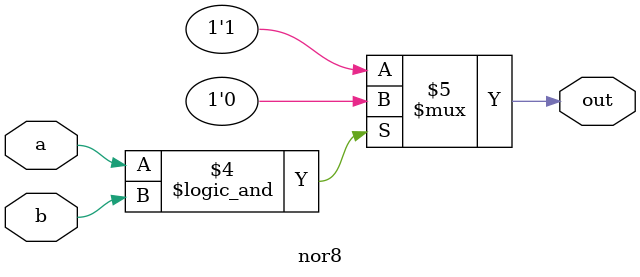
<source format=v>
module nor8 (
  input a,
  input b,
  output reg out
);

    always @(*) begin
        out = (a == 1'b1 && b == 1'b1) ? 1'b0 : 1'b1; // NOR using conditional expression
    end

endmodule

</source>
